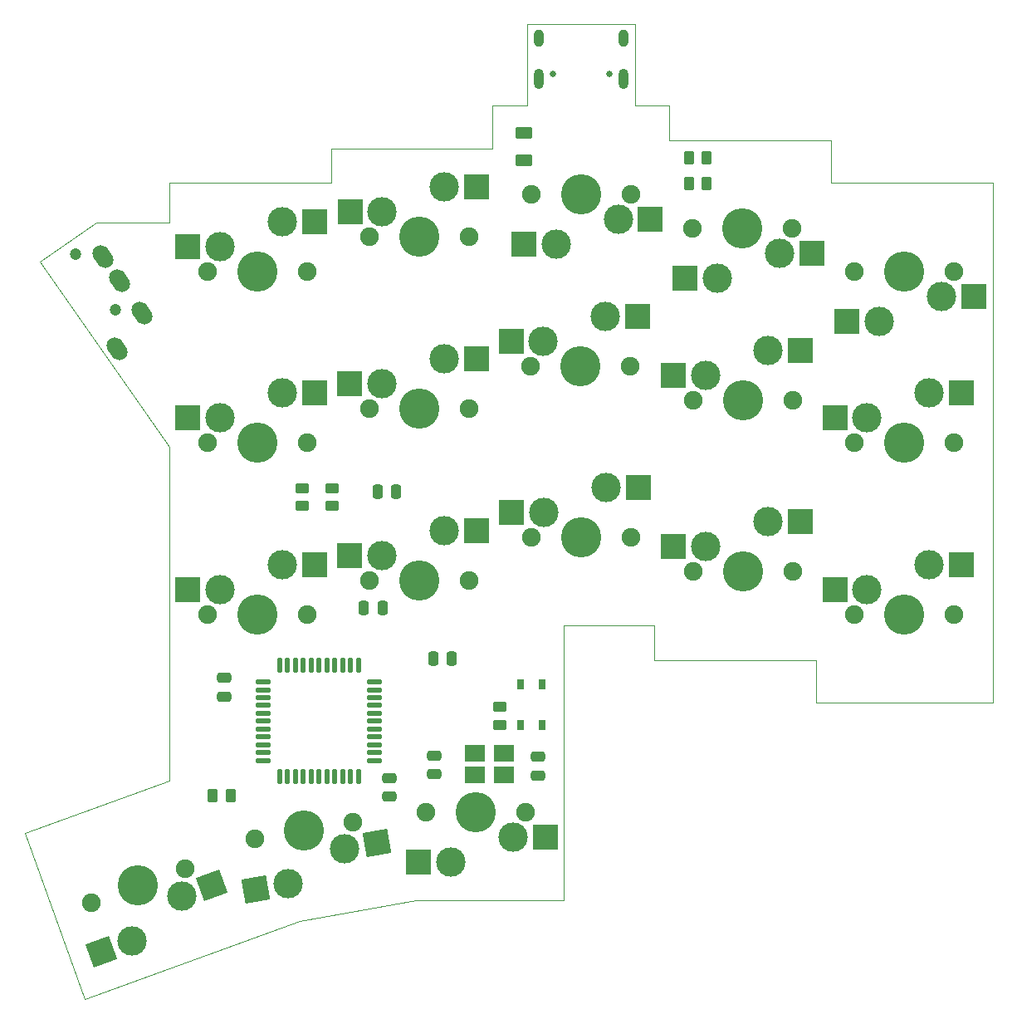
<source format=gbs>
%TF.GenerationSoftware,KiCad,Pcbnew,(6.0.6)*%
%TF.CreationDate,2022-11-13T11:43:20+09:00*%
%TF.ProjectId,split-mini__right,73706c69-742d-46d6-996e-695f5f726967,rev?*%
%TF.SameCoordinates,Original*%
%TF.FileFunction,Soldermask,Bot*%
%TF.FilePolarity,Negative*%
%FSLAX46Y46*%
G04 Gerber Fmt 4.6, Leading zero omitted, Abs format (unit mm)*
G04 Created by KiCad (PCBNEW (6.0.6)) date 2022-11-13 11:43:20*
%MOMM*%
%LPD*%
G01*
G04 APERTURE LIST*
G04 Aperture macros list*
%AMRoundRect*
0 Rectangle with rounded corners*
0 $1 Rounding radius*
0 $2 $3 $4 $5 $6 $7 $8 $9 X,Y pos of 4 corners*
0 Add a 4 corners polygon primitive as box body*
4,1,4,$2,$3,$4,$5,$6,$7,$8,$9,$2,$3,0*
0 Add four circle primitives for the rounded corners*
1,1,$1+$1,$2,$3*
1,1,$1+$1,$4,$5*
1,1,$1+$1,$6,$7*
1,1,$1+$1,$8,$9*
0 Add four rect primitives between the rounded corners*
20,1,$1+$1,$2,$3,$4,$5,0*
20,1,$1+$1,$4,$5,$6,$7,0*
20,1,$1+$1,$6,$7,$8,$9,0*
20,1,$1+$1,$8,$9,$2,$3,0*%
%AMHorizOval*
0 Thick line with rounded ends*
0 $1 width*
0 $2 $3 position (X,Y) of the first rounded end (center of the circle)*
0 $4 $5 position (X,Y) of the second rounded end (center of the circle)*
0 Add line between two ends*
20,1,$1,$2,$3,$4,$5,0*
0 Add two circle primitives to create the rounded ends*
1,1,$1,$2,$3*
1,1,$1,$4,$5*%
%AMRotRect*
0 Rectangle, with rotation*
0 The origin of the aperture is its center*
0 $1 length*
0 $2 width*
0 $3 Rotation angle, in degrees counterclockwise*
0 Add horizontal line*
21,1,$1,$2,0,0,$3*%
G04 Aperture macros list end*
%TA.AperFunction,Profile*%
%ADD10C,0.100000*%
%TD*%
%ADD11C,1.900000*%
%ADD12C,3.000000*%
%ADD13C,4.100000*%
%ADD14R,2.550000X2.500000*%
%ADD15C,0.650000*%
%ADD16O,1.000000X1.800000*%
%ADD17O,1.000000X2.100000*%
%ADD18RotRect,2.550000X2.500000X10.000000*%
%ADD19C,1.200000*%
%ADD20HorizOval,1.700000X-0.229431X0.327661X0.229431X-0.327661X0*%
%ADD21RotRect,2.550000X2.500000X20.000000*%
%ADD22RoundRect,0.137500X-0.137500X0.600000X-0.137500X-0.600000X0.137500X-0.600000X0.137500X0.600000X0*%
%ADD23RoundRect,0.137500X-0.600000X0.137500X-0.600000X-0.137500X0.600000X-0.137500X0.600000X0.137500X0*%
%ADD24RoundRect,0.250000X-0.625000X0.375000X-0.625000X-0.375000X0.625000X-0.375000X0.625000X0.375000X0*%
%ADD25RoundRect,0.250000X0.262500X0.450000X-0.262500X0.450000X-0.262500X-0.450000X0.262500X-0.450000X0*%
%ADD26RoundRect,0.250000X-0.262500X-0.450000X0.262500X-0.450000X0.262500X0.450000X-0.262500X0.450000X0*%
%ADD27RoundRect,0.250000X-0.250000X-0.475000X0.250000X-0.475000X0.250000X0.475000X-0.250000X0.475000X0*%
%ADD28RoundRect,0.250000X-0.475000X0.250000X-0.475000X-0.250000X0.475000X-0.250000X0.475000X0.250000X0*%
%ADD29R,0.650000X1.050000*%
%ADD30R,2.100000X1.800000*%
%ADD31RoundRect,0.250000X0.475000X-0.250000X0.475000X0.250000X-0.475000X0.250000X-0.475000X-0.250000X0*%
%ADD32RoundRect,0.250000X-0.450000X0.262500X-0.450000X-0.262500X0.450000X-0.262500X0.450000X0.262500X0*%
%ADD33RoundRect,0.250000X0.250000X0.475000X-0.250000X0.475000X-0.250000X-0.475000X0.250000X-0.475000X0*%
G04 APERTURE END LIST*
D10*
X31862559Y-92361502D02*
X17138087Y-97720772D01*
X99362559Y-27072346D02*
X82862559Y-27072346D01*
X99362559Y-31447346D02*
X99362559Y-27072346D01*
X31862559Y-35447346D02*
X24406065Y-35447346D01*
X31862559Y-58300450D02*
X18672001Y-39462381D01*
X97862559Y-80072346D02*
X97862559Y-84447346D01*
X23294449Y-114635239D02*
X45197576Y-106663153D01*
X81362559Y-80072346D02*
X97862559Y-80072346D01*
X17138087Y-97720772D02*
X23294449Y-114635239D01*
X48362559Y-27947346D02*
X64862559Y-27947346D01*
X115862559Y-31447346D02*
X99362559Y-31447346D01*
X72137559Y-104572346D02*
X72137559Y-76572346D01*
X57055130Y-104572346D02*
X72137559Y-104572346D01*
X97862559Y-84447346D02*
X115862559Y-84447346D01*
X82862559Y-27072346D02*
X82862559Y-23572346D01*
X31862559Y-58300450D02*
X31862559Y-92361502D01*
X64862559Y-23572346D02*
X68362559Y-23572346D01*
X45197576Y-106663153D02*
X57055130Y-104572346D01*
X68362559Y-15272346D02*
X68362559Y-23572346D01*
X115862559Y-84447346D02*
X115862559Y-31447346D01*
X48362559Y-31447346D02*
X48362559Y-27947346D01*
X18672001Y-39462381D02*
X24406065Y-35447346D01*
X79362559Y-15272346D02*
X79362559Y-23572346D01*
X79362559Y-23572346D02*
X82862559Y-23572346D01*
X68362559Y-15272346D02*
X79362559Y-15272346D01*
X31862559Y-31447346D02*
X31862559Y-35447346D01*
X64862559Y-27947346D02*
X64862559Y-23572346D01*
X48362559Y-31447346D02*
X31862559Y-31447346D01*
X81362559Y-76572346D02*
X81362559Y-80072346D01*
X72137559Y-76572346D02*
X81362559Y-76572346D01*
D11*
%TO.C,SW15*%
X111920000Y-75430000D03*
D12*
X103030000Y-72890000D03*
D13*
X106840000Y-75430000D03*
D11*
X101760000Y-75430000D03*
D12*
X109380000Y-70350000D03*
D14*
X99755000Y-72890000D03*
X112682000Y-70350000D03*
%TD*%
D15*
%TO.C,J1*%
X76750000Y-20350000D03*
X70970000Y-20350000D03*
D16*
X69540000Y-16670000D03*
D17*
X78180000Y-20850000D03*
X69540000Y-20850000D03*
D16*
X78180000Y-16670000D03*
%TD*%
D11*
%TO.C,SW7*%
X52270000Y-54460000D03*
D12*
X53540000Y-51920000D03*
X59890000Y-49380000D03*
D11*
X62430000Y-54460000D03*
D13*
X57350000Y-54460000D03*
D14*
X50265000Y-51920000D03*
X63192000Y-49380000D03*
%TD*%
D11*
%TO.C,SW3*%
X78930000Y-32570000D03*
D12*
X77660000Y-35110000D03*
D11*
X68770000Y-32570000D03*
D13*
X73850000Y-32570000D03*
D12*
X71310000Y-37650000D03*
D14*
X80935000Y-35110000D03*
X68008000Y-37650000D03*
%TD*%
D11*
%TO.C,SW6*%
X45950000Y-57940000D03*
X35790000Y-57940000D03*
D12*
X37060000Y-55400000D03*
D13*
X40870000Y-57940000D03*
D12*
X43410000Y-52860000D03*
D14*
X33785000Y-55400000D03*
X46712000Y-52860000D03*
%TD*%
D11*
%TO.C,SW17*%
X40597177Y-98322133D03*
D12*
X49793184Y-99279812D03*
X43980721Y-102883890D03*
D13*
X45600000Y-97440000D03*
D11*
X50602823Y-96557867D03*
D18*
X53018429Y-98711114D03*
X40728886Y-103457276D03*
%TD*%
D12*
%TO.C,SW14*%
X86550000Y-68530000D03*
X92900000Y-65990000D03*
D11*
X95440000Y-71070000D03*
X85280000Y-71070000D03*
D13*
X90360000Y-71070000D03*
D14*
X83275000Y-68530000D03*
X96202000Y-65990000D03*
%TD*%
D12*
%TO.C,SW9*%
X86550000Y-51020000D03*
D13*
X90360000Y-53560000D03*
D12*
X92900000Y-48480000D03*
D11*
X95440000Y-53560000D03*
X85280000Y-53560000D03*
D14*
X83275000Y-51020000D03*
X96202000Y-48480000D03*
%TD*%
D12*
%TO.C,SW8*%
X70030000Y-47540000D03*
D13*
X73840000Y-50080000D03*
D11*
X78920000Y-50080000D03*
X68760000Y-50080000D03*
D12*
X76380000Y-45000000D03*
D14*
X66755000Y-47540000D03*
X79682000Y-45000000D03*
%TD*%
D19*
%TO.C,J2*%
X26369602Y-44396459D03*
X22354567Y-38662395D03*
D20*
X26542185Y-48304172D03*
X25107224Y-38932358D03*
X26827953Y-41389814D03*
X29122259Y-44666423D03*
%TD*%
D12*
%TO.C,SW10*%
X109390000Y-52860000D03*
D13*
X106850000Y-57940000D03*
D11*
X111930000Y-57940000D03*
D12*
X103040000Y-55400000D03*
D11*
X101770000Y-57940000D03*
D14*
X99765000Y-55400000D03*
X112692000Y-52860000D03*
%TD*%
D11*
%TO.C,SW11*%
X45930000Y-75440000D03*
D12*
X37040000Y-72900000D03*
D13*
X40850000Y-75440000D03*
D12*
X43390000Y-70360000D03*
D11*
X35770000Y-75440000D03*
D14*
X33765000Y-72900000D03*
X46692000Y-70360000D03*
%TD*%
D11*
%TO.C,SW1*%
X45940000Y-40440000D03*
D13*
X40860000Y-40440000D03*
D11*
X35780000Y-40440000D03*
D12*
X37050000Y-37900000D03*
X43400000Y-35360000D03*
D14*
X33775000Y-37900000D03*
X46702000Y-35360000D03*
%TD*%
D12*
%TO.C,SW12*%
X59900000Y-66870000D03*
D11*
X52280000Y-71950000D03*
X62440000Y-71950000D03*
D13*
X57360000Y-71950000D03*
D12*
X53550000Y-69410000D03*
D14*
X50275000Y-69410000D03*
X63202000Y-66870000D03*
%TD*%
D11*
%TO.C,SW5*%
X111930000Y-40440000D03*
D12*
X104310000Y-45520000D03*
X110660000Y-42980000D03*
D13*
X106850000Y-40440000D03*
D11*
X101770000Y-40440000D03*
D14*
X113935000Y-42980000D03*
X101008000Y-45520000D03*
%TD*%
D11*
%TO.C,SW2*%
X62470000Y-36930000D03*
D12*
X53580000Y-34390000D03*
D13*
X57390000Y-36930000D03*
D12*
X59930000Y-31850000D03*
D11*
X52310000Y-36930000D03*
D14*
X50305000Y-34390000D03*
X63232000Y-31850000D03*
%TD*%
D12*
%TO.C,SW13*%
X76390000Y-62500000D03*
D13*
X73850000Y-67580000D03*
D12*
X70040000Y-65040000D03*
D11*
X78930000Y-67580000D03*
X68770000Y-67580000D03*
D14*
X66765000Y-65040000D03*
X79692000Y-62500000D03*
%TD*%
D11*
%TO.C,SW16*%
X23916361Y-104807462D03*
D12*
X28040643Y-108712370D03*
D13*
X28690000Y-103070000D03*
D12*
X33138960Y-104153723D03*
D11*
X33463639Y-101332538D03*
D21*
X36216453Y-103033607D03*
X24937778Y-109841720D03*
%TD*%
D11*
%TO.C,SW4*%
X85270000Y-36070000D03*
X95430000Y-36070000D03*
D13*
X90350000Y-36070000D03*
D12*
X94160000Y-38610000D03*
X87810000Y-41150000D03*
D14*
X97435000Y-38610000D03*
X84508000Y-41150000D03*
%TD*%
D11*
%TO.C,SW18*%
X58060000Y-95560000D03*
X68220000Y-95560000D03*
D13*
X63140000Y-95560000D03*
D12*
X66950000Y-98100000D03*
X60600000Y-100640000D03*
D14*
X70225000Y-98100000D03*
X57298000Y-100640000D03*
%TD*%
D22*
%TO.C,U1*%
X43152500Y-80637500D03*
X43952500Y-80637500D03*
X44752500Y-80637500D03*
X45552500Y-80637500D03*
X46352500Y-80637500D03*
X47152500Y-80637500D03*
X47952500Y-80637500D03*
X48752500Y-80637500D03*
X49552500Y-80637500D03*
X50352500Y-80637500D03*
X51152500Y-80637500D03*
D23*
X52815000Y-82300000D03*
X52815000Y-83100000D03*
X52815000Y-83900000D03*
X52815000Y-84700000D03*
X52815000Y-85500000D03*
X52815000Y-86300000D03*
X52815000Y-87100000D03*
X52815000Y-87900000D03*
X52815000Y-88700000D03*
X52815000Y-89500000D03*
X52815000Y-90300000D03*
D22*
X51152500Y-91962500D03*
X50352500Y-91962500D03*
X49552500Y-91962500D03*
X48752500Y-91962500D03*
X47952500Y-91962500D03*
X47152500Y-91962500D03*
X46352500Y-91962500D03*
X45552500Y-91962500D03*
X44752500Y-91962500D03*
X43952500Y-91962500D03*
X43152500Y-91962500D03*
D23*
X41490000Y-90300000D03*
X41490000Y-89500000D03*
X41490000Y-88700000D03*
X41490000Y-87900000D03*
X41490000Y-87100000D03*
X41490000Y-86300000D03*
X41490000Y-85500000D03*
X41490000Y-84700000D03*
X41490000Y-83900000D03*
X41490000Y-83100000D03*
X41490000Y-82300000D03*
%TD*%
D24*
%TO.C,F1*%
X68000000Y-26350000D03*
X68000000Y-29150000D03*
%TD*%
D25*
%TO.C,R5*%
X38112500Y-93850000D03*
X36287500Y-93850000D03*
%TD*%
D26*
%TO.C,R1*%
X84877500Y-28840000D03*
X86702500Y-28840000D03*
%TD*%
D27*
%TO.C,C5*%
X58790000Y-79900000D03*
X60690000Y-79900000D03*
%TD*%
D28*
%TO.C,C7*%
X58860000Y-89810000D03*
X58860000Y-91710000D03*
%TD*%
D26*
%TO.C,R2*%
X84850000Y-31480000D03*
X86675000Y-31480000D03*
%TD*%
D29*
%TO.C,RESET1*%
X69870000Y-86670000D03*
X69870000Y-82510000D03*
X67710000Y-86670000D03*
X67710000Y-82510000D03*
%TD*%
D30*
%TO.C,Y1*%
X65980000Y-91770000D03*
X63080000Y-91770000D03*
X63080000Y-89570000D03*
X65980000Y-89570000D03*
%TD*%
D28*
%TO.C,C4*%
X37460000Y-81880000D03*
X37460000Y-83780000D03*
%TD*%
D31*
%TO.C,C2*%
X54302500Y-93980000D03*
X54302500Y-92080000D03*
%TD*%
D32*
%TO.C,R6*%
X65570000Y-84827500D03*
X65570000Y-86652500D03*
%TD*%
D28*
%TO.C,C6*%
X69520000Y-89940000D03*
X69520000Y-91840000D03*
%TD*%
D32*
%TO.C,R4*%
X48470000Y-62530000D03*
X48470000Y-64355000D03*
%TD*%
%TO.C,R3*%
X45410000Y-62547500D03*
X45410000Y-64372500D03*
%TD*%
D33*
%TO.C,C3*%
X53610000Y-74750000D03*
X51710000Y-74750000D03*
%TD*%
D27*
%TO.C,C1*%
X53120000Y-62940000D03*
X55020000Y-62940000D03*
%TD*%
M02*

</source>
